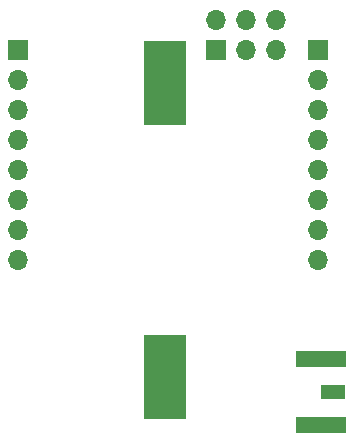
<source format=gbs>
%TF.GenerationSoftware,KiCad,Pcbnew,(5.1.10)-1*%
%TF.CreationDate,2021-12-27T13:21:27+01:00*%
%TF.ProjectId,LORA_ATTINY_v3,4c4f5241-5f41-4545-9449-4e595f76332e,rev?*%
%TF.SameCoordinates,Original*%
%TF.FileFunction,Soldermask,Bot*%
%TF.FilePolarity,Negative*%
%FSLAX46Y46*%
G04 Gerber Fmt 4.6, Leading zero omitted, Abs format (unit mm)*
G04 Created by KiCad (PCBNEW (5.1.10)-1) date 2021-12-27 13:21:27*
%MOMM*%
%LPD*%
G01*
G04 APERTURE LIST*
%ADD10R,4.200000X1.350000*%
%ADD11R,2.100000X1.200000*%
%ADD12R,3.600000X7.100000*%
%ADD13R,1.700000X1.700000*%
%ADD14O,1.700000X1.700000*%
G04 APERTURE END LIST*
D10*
%TO.C,ANT1*%
X84074000Y-77501000D03*
X84074000Y-71851000D03*
D11*
X85064600Y-74676000D03*
%TD*%
D12*
%TO.C,BAT1*%
X70866000Y-48514000D03*
X70866000Y-73406000D03*
%TD*%
D13*
%TO.C,J1*%
X58420000Y-45720000D03*
D14*
X58420000Y-48260000D03*
X58420000Y-50800000D03*
X58420000Y-53340000D03*
X58420000Y-55880000D03*
X58420000Y-58420000D03*
X58420000Y-60960000D03*
X58420000Y-63500000D03*
%TD*%
%TO.C,J2*%
X83820000Y-63500000D03*
X83820000Y-60960000D03*
X83820000Y-58420000D03*
X83820000Y-55880000D03*
X83820000Y-53340000D03*
X83820000Y-50800000D03*
X83820000Y-48260000D03*
D13*
X83820000Y-45720000D03*
%TD*%
%TO.C,UPDI*%
X75170000Y-45720000D03*
D14*
X75170000Y-43180000D03*
X77710000Y-45720000D03*
X77710000Y-43180000D03*
X80250000Y-45720000D03*
X80250000Y-43180000D03*
%TD*%
M02*

</source>
